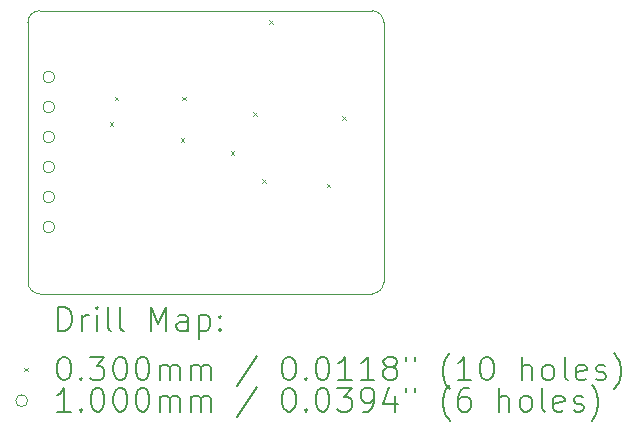
<source format=gbr>
%TF.GenerationSoftware,KiCad,Pcbnew,9.0.6*%
%TF.CreationDate,2026-01-27T06:15:14-03:00*%
%TF.ProjectId,dual IMU_moduleV2,6475616c-2049-44d5-955f-6d6f64756c65,rev?*%
%TF.SameCoordinates,Original*%
%TF.FileFunction,Drillmap*%
%TF.FilePolarity,Positive*%
%FSLAX45Y45*%
G04 Gerber Fmt 4.5, Leading zero omitted, Abs format (unit mm)*
G04 Created by KiCad (PCBNEW 9.0.6) date 2026-01-27 06:15:14*
%MOMM*%
%LPD*%
G01*
G04 APERTURE LIST*
%ADD10C,0.050000*%
%ADD11C,0.200000*%
%ADD12C,0.100000*%
G04 APERTURE END LIST*
D10*
X12702000Y-9355000D02*
G75*
G02*
X12602000Y-9255000I0J100000D01*
G01*
X12602000Y-7059000D02*
G75*
G02*
X12702000Y-6959000I100000J0D01*
G01*
X15615000Y-9255000D02*
G75*
G02*
X15515000Y-9355000I-100000J0D01*
G01*
X15515000Y-6959000D02*
G75*
G02*
X15615000Y-7059000I0J-100000D01*
G01*
X12602000Y-9255000D02*
X12602000Y-7059000D01*
X15515000Y-9355000D02*
X12702000Y-9355000D01*
X12702000Y-6959000D02*
X15515000Y-6959000D01*
X15615000Y-7059000D02*
X15615000Y-9255000D01*
D11*
D12*
X13295000Y-7905000D02*
X13325000Y-7935000D01*
X13325000Y-7905000D02*
X13295000Y-7935000D01*
X13336000Y-7686000D02*
X13366000Y-7716000D01*
X13366000Y-7686000D02*
X13336000Y-7716000D01*
X13898000Y-8037000D02*
X13928000Y-8067000D01*
X13928000Y-8037000D02*
X13898000Y-8067000D01*
X13909000Y-7688000D02*
X13939000Y-7718000D01*
X13939000Y-7688000D02*
X13909000Y-7718000D01*
X14319000Y-8151000D02*
X14349000Y-8181000D01*
X14349000Y-8151000D02*
X14319000Y-8181000D01*
X14508000Y-7819000D02*
X14538000Y-7849000D01*
X14538000Y-7819000D02*
X14508000Y-7849000D01*
X14587000Y-8385000D02*
X14617000Y-8415000D01*
X14617000Y-8385000D02*
X14587000Y-8415000D01*
X14646000Y-7040000D02*
X14676000Y-7070000D01*
X14676000Y-7040000D02*
X14646000Y-7070000D01*
X15131000Y-8424000D02*
X15161000Y-8454000D01*
X15161000Y-8424000D02*
X15131000Y-8454000D01*
X15265000Y-7853000D02*
X15295000Y-7883000D01*
X15295000Y-7853000D02*
X15265000Y-7883000D01*
X12829000Y-7520000D02*
G75*
G02*
X12729000Y-7520000I-50000J0D01*
G01*
X12729000Y-7520000D02*
G75*
G02*
X12829000Y-7520000I50000J0D01*
G01*
X12829000Y-7774000D02*
G75*
G02*
X12729000Y-7774000I-50000J0D01*
G01*
X12729000Y-7774000D02*
G75*
G02*
X12829000Y-7774000I50000J0D01*
G01*
X12829000Y-8028000D02*
G75*
G02*
X12729000Y-8028000I-50000J0D01*
G01*
X12729000Y-8028000D02*
G75*
G02*
X12829000Y-8028000I50000J0D01*
G01*
X12829000Y-8282000D02*
G75*
G02*
X12729000Y-8282000I-50000J0D01*
G01*
X12729000Y-8282000D02*
G75*
G02*
X12829000Y-8282000I50000J0D01*
G01*
X12829000Y-8536000D02*
G75*
G02*
X12729000Y-8536000I-50000J0D01*
G01*
X12729000Y-8536000D02*
G75*
G02*
X12829000Y-8536000I50000J0D01*
G01*
X12829000Y-8790000D02*
G75*
G02*
X12729000Y-8790000I-50000J0D01*
G01*
X12729000Y-8790000D02*
G75*
G02*
X12829000Y-8790000I50000J0D01*
G01*
D11*
X12860277Y-9668984D02*
X12860277Y-9468984D01*
X12860277Y-9468984D02*
X12907896Y-9468984D01*
X12907896Y-9468984D02*
X12936467Y-9478508D01*
X12936467Y-9478508D02*
X12955515Y-9497555D01*
X12955515Y-9497555D02*
X12965039Y-9516603D01*
X12965039Y-9516603D02*
X12974562Y-9554698D01*
X12974562Y-9554698D02*
X12974562Y-9583270D01*
X12974562Y-9583270D02*
X12965039Y-9621365D01*
X12965039Y-9621365D02*
X12955515Y-9640412D01*
X12955515Y-9640412D02*
X12936467Y-9659460D01*
X12936467Y-9659460D02*
X12907896Y-9668984D01*
X12907896Y-9668984D02*
X12860277Y-9668984D01*
X13060277Y-9668984D02*
X13060277Y-9535650D01*
X13060277Y-9573746D02*
X13069801Y-9554698D01*
X13069801Y-9554698D02*
X13079324Y-9545174D01*
X13079324Y-9545174D02*
X13098372Y-9535650D01*
X13098372Y-9535650D02*
X13117420Y-9535650D01*
X13184086Y-9668984D02*
X13184086Y-9535650D01*
X13184086Y-9468984D02*
X13174562Y-9478508D01*
X13174562Y-9478508D02*
X13184086Y-9488031D01*
X13184086Y-9488031D02*
X13193610Y-9478508D01*
X13193610Y-9478508D02*
X13184086Y-9468984D01*
X13184086Y-9468984D02*
X13184086Y-9488031D01*
X13307896Y-9668984D02*
X13288848Y-9659460D01*
X13288848Y-9659460D02*
X13279324Y-9640412D01*
X13279324Y-9640412D02*
X13279324Y-9468984D01*
X13412658Y-9668984D02*
X13393610Y-9659460D01*
X13393610Y-9659460D02*
X13384086Y-9640412D01*
X13384086Y-9640412D02*
X13384086Y-9468984D01*
X13641229Y-9668984D02*
X13641229Y-9468984D01*
X13641229Y-9468984D02*
X13707896Y-9611841D01*
X13707896Y-9611841D02*
X13774562Y-9468984D01*
X13774562Y-9468984D02*
X13774562Y-9668984D01*
X13955515Y-9668984D02*
X13955515Y-9564222D01*
X13955515Y-9564222D02*
X13945991Y-9545174D01*
X13945991Y-9545174D02*
X13926943Y-9535650D01*
X13926943Y-9535650D02*
X13888848Y-9535650D01*
X13888848Y-9535650D02*
X13869801Y-9545174D01*
X13955515Y-9659460D02*
X13936467Y-9668984D01*
X13936467Y-9668984D02*
X13888848Y-9668984D01*
X13888848Y-9668984D02*
X13869801Y-9659460D01*
X13869801Y-9659460D02*
X13860277Y-9640412D01*
X13860277Y-9640412D02*
X13860277Y-9621365D01*
X13860277Y-9621365D02*
X13869801Y-9602317D01*
X13869801Y-9602317D02*
X13888848Y-9592793D01*
X13888848Y-9592793D02*
X13936467Y-9592793D01*
X13936467Y-9592793D02*
X13955515Y-9583270D01*
X14050753Y-9535650D02*
X14050753Y-9735650D01*
X14050753Y-9545174D02*
X14069801Y-9535650D01*
X14069801Y-9535650D02*
X14107896Y-9535650D01*
X14107896Y-9535650D02*
X14126943Y-9545174D01*
X14126943Y-9545174D02*
X14136467Y-9554698D01*
X14136467Y-9554698D02*
X14145991Y-9573746D01*
X14145991Y-9573746D02*
X14145991Y-9630889D01*
X14145991Y-9630889D02*
X14136467Y-9649936D01*
X14136467Y-9649936D02*
X14126943Y-9659460D01*
X14126943Y-9659460D02*
X14107896Y-9668984D01*
X14107896Y-9668984D02*
X14069801Y-9668984D01*
X14069801Y-9668984D02*
X14050753Y-9659460D01*
X14231705Y-9649936D02*
X14241229Y-9659460D01*
X14241229Y-9659460D02*
X14231705Y-9668984D01*
X14231705Y-9668984D02*
X14222182Y-9659460D01*
X14222182Y-9659460D02*
X14231705Y-9649936D01*
X14231705Y-9649936D02*
X14231705Y-9668984D01*
X14231705Y-9545174D02*
X14241229Y-9554698D01*
X14241229Y-9554698D02*
X14231705Y-9564222D01*
X14231705Y-9564222D02*
X14222182Y-9554698D01*
X14222182Y-9554698D02*
X14231705Y-9545174D01*
X14231705Y-9545174D02*
X14231705Y-9564222D01*
D12*
X12569500Y-9982500D02*
X12599500Y-10012500D01*
X12599500Y-9982500D02*
X12569500Y-10012500D01*
D11*
X12898372Y-9888984D02*
X12917420Y-9888984D01*
X12917420Y-9888984D02*
X12936467Y-9898508D01*
X12936467Y-9898508D02*
X12945991Y-9908031D01*
X12945991Y-9908031D02*
X12955515Y-9927079D01*
X12955515Y-9927079D02*
X12965039Y-9965174D01*
X12965039Y-9965174D02*
X12965039Y-10012793D01*
X12965039Y-10012793D02*
X12955515Y-10050889D01*
X12955515Y-10050889D02*
X12945991Y-10069936D01*
X12945991Y-10069936D02*
X12936467Y-10079460D01*
X12936467Y-10079460D02*
X12917420Y-10088984D01*
X12917420Y-10088984D02*
X12898372Y-10088984D01*
X12898372Y-10088984D02*
X12879324Y-10079460D01*
X12879324Y-10079460D02*
X12869801Y-10069936D01*
X12869801Y-10069936D02*
X12860277Y-10050889D01*
X12860277Y-10050889D02*
X12850753Y-10012793D01*
X12850753Y-10012793D02*
X12850753Y-9965174D01*
X12850753Y-9965174D02*
X12860277Y-9927079D01*
X12860277Y-9927079D02*
X12869801Y-9908031D01*
X12869801Y-9908031D02*
X12879324Y-9898508D01*
X12879324Y-9898508D02*
X12898372Y-9888984D01*
X13050753Y-10069936D02*
X13060277Y-10079460D01*
X13060277Y-10079460D02*
X13050753Y-10088984D01*
X13050753Y-10088984D02*
X13041229Y-10079460D01*
X13041229Y-10079460D02*
X13050753Y-10069936D01*
X13050753Y-10069936D02*
X13050753Y-10088984D01*
X13126943Y-9888984D02*
X13250753Y-9888984D01*
X13250753Y-9888984D02*
X13184086Y-9965174D01*
X13184086Y-9965174D02*
X13212658Y-9965174D01*
X13212658Y-9965174D02*
X13231705Y-9974698D01*
X13231705Y-9974698D02*
X13241229Y-9984222D01*
X13241229Y-9984222D02*
X13250753Y-10003270D01*
X13250753Y-10003270D02*
X13250753Y-10050889D01*
X13250753Y-10050889D02*
X13241229Y-10069936D01*
X13241229Y-10069936D02*
X13231705Y-10079460D01*
X13231705Y-10079460D02*
X13212658Y-10088984D01*
X13212658Y-10088984D02*
X13155515Y-10088984D01*
X13155515Y-10088984D02*
X13136467Y-10079460D01*
X13136467Y-10079460D02*
X13126943Y-10069936D01*
X13374562Y-9888984D02*
X13393610Y-9888984D01*
X13393610Y-9888984D02*
X13412658Y-9898508D01*
X13412658Y-9898508D02*
X13422182Y-9908031D01*
X13422182Y-9908031D02*
X13431705Y-9927079D01*
X13431705Y-9927079D02*
X13441229Y-9965174D01*
X13441229Y-9965174D02*
X13441229Y-10012793D01*
X13441229Y-10012793D02*
X13431705Y-10050889D01*
X13431705Y-10050889D02*
X13422182Y-10069936D01*
X13422182Y-10069936D02*
X13412658Y-10079460D01*
X13412658Y-10079460D02*
X13393610Y-10088984D01*
X13393610Y-10088984D02*
X13374562Y-10088984D01*
X13374562Y-10088984D02*
X13355515Y-10079460D01*
X13355515Y-10079460D02*
X13345991Y-10069936D01*
X13345991Y-10069936D02*
X13336467Y-10050889D01*
X13336467Y-10050889D02*
X13326943Y-10012793D01*
X13326943Y-10012793D02*
X13326943Y-9965174D01*
X13326943Y-9965174D02*
X13336467Y-9927079D01*
X13336467Y-9927079D02*
X13345991Y-9908031D01*
X13345991Y-9908031D02*
X13355515Y-9898508D01*
X13355515Y-9898508D02*
X13374562Y-9888984D01*
X13565039Y-9888984D02*
X13584086Y-9888984D01*
X13584086Y-9888984D02*
X13603134Y-9898508D01*
X13603134Y-9898508D02*
X13612658Y-9908031D01*
X13612658Y-9908031D02*
X13622182Y-9927079D01*
X13622182Y-9927079D02*
X13631705Y-9965174D01*
X13631705Y-9965174D02*
X13631705Y-10012793D01*
X13631705Y-10012793D02*
X13622182Y-10050889D01*
X13622182Y-10050889D02*
X13612658Y-10069936D01*
X13612658Y-10069936D02*
X13603134Y-10079460D01*
X13603134Y-10079460D02*
X13584086Y-10088984D01*
X13584086Y-10088984D02*
X13565039Y-10088984D01*
X13565039Y-10088984D02*
X13545991Y-10079460D01*
X13545991Y-10079460D02*
X13536467Y-10069936D01*
X13536467Y-10069936D02*
X13526943Y-10050889D01*
X13526943Y-10050889D02*
X13517420Y-10012793D01*
X13517420Y-10012793D02*
X13517420Y-9965174D01*
X13517420Y-9965174D02*
X13526943Y-9927079D01*
X13526943Y-9927079D02*
X13536467Y-9908031D01*
X13536467Y-9908031D02*
X13545991Y-9898508D01*
X13545991Y-9898508D02*
X13565039Y-9888984D01*
X13717420Y-10088984D02*
X13717420Y-9955650D01*
X13717420Y-9974698D02*
X13726943Y-9965174D01*
X13726943Y-9965174D02*
X13745991Y-9955650D01*
X13745991Y-9955650D02*
X13774563Y-9955650D01*
X13774563Y-9955650D02*
X13793610Y-9965174D01*
X13793610Y-9965174D02*
X13803134Y-9984222D01*
X13803134Y-9984222D02*
X13803134Y-10088984D01*
X13803134Y-9984222D02*
X13812658Y-9965174D01*
X13812658Y-9965174D02*
X13831705Y-9955650D01*
X13831705Y-9955650D02*
X13860277Y-9955650D01*
X13860277Y-9955650D02*
X13879324Y-9965174D01*
X13879324Y-9965174D02*
X13888848Y-9984222D01*
X13888848Y-9984222D02*
X13888848Y-10088984D01*
X13984086Y-10088984D02*
X13984086Y-9955650D01*
X13984086Y-9974698D02*
X13993610Y-9965174D01*
X13993610Y-9965174D02*
X14012658Y-9955650D01*
X14012658Y-9955650D02*
X14041229Y-9955650D01*
X14041229Y-9955650D02*
X14060277Y-9965174D01*
X14060277Y-9965174D02*
X14069801Y-9984222D01*
X14069801Y-9984222D02*
X14069801Y-10088984D01*
X14069801Y-9984222D02*
X14079324Y-9965174D01*
X14079324Y-9965174D02*
X14098372Y-9955650D01*
X14098372Y-9955650D02*
X14126943Y-9955650D01*
X14126943Y-9955650D02*
X14145991Y-9965174D01*
X14145991Y-9965174D02*
X14155515Y-9984222D01*
X14155515Y-9984222D02*
X14155515Y-10088984D01*
X14545991Y-9879460D02*
X14374563Y-10136603D01*
X14803134Y-9888984D02*
X14822182Y-9888984D01*
X14822182Y-9888984D02*
X14841229Y-9898508D01*
X14841229Y-9898508D02*
X14850753Y-9908031D01*
X14850753Y-9908031D02*
X14860277Y-9927079D01*
X14860277Y-9927079D02*
X14869801Y-9965174D01*
X14869801Y-9965174D02*
X14869801Y-10012793D01*
X14869801Y-10012793D02*
X14860277Y-10050889D01*
X14860277Y-10050889D02*
X14850753Y-10069936D01*
X14850753Y-10069936D02*
X14841229Y-10079460D01*
X14841229Y-10079460D02*
X14822182Y-10088984D01*
X14822182Y-10088984D02*
X14803134Y-10088984D01*
X14803134Y-10088984D02*
X14784086Y-10079460D01*
X14784086Y-10079460D02*
X14774563Y-10069936D01*
X14774563Y-10069936D02*
X14765039Y-10050889D01*
X14765039Y-10050889D02*
X14755515Y-10012793D01*
X14755515Y-10012793D02*
X14755515Y-9965174D01*
X14755515Y-9965174D02*
X14765039Y-9927079D01*
X14765039Y-9927079D02*
X14774563Y-9908031D01*
X14774563Y-9908031D02*
X14784086Y-9898508D01*
X14784086Y-9898508D02*
X14803134Y-9888984D01*
X14955515Y-10069936D02*
X14965039Y-10079460D01*
X14965039Y-10079460D02*
X14955515Y-10088984D01*
X14955515Y-10088984D02*
X14945991Y-10079460D01*
X14945991Y-10079460D02*
X14955515Y-10069936D01*
X14955515Y-10069936D02*
X14955515Y-10088984D01*
X15088848Y-9888984D02*
X15107896Y-9888984D01*
X15107896Y-9888984D02*
X15126944Y-9898508D01*
X15126944Y-9898508D02*
X15136467Y-9908031D01*
X15136467Y-9908031D02*
X15145991Y-9927079D01*
X15145991Y-9927079D02*
X15155515Y-9965174D01*
X15155515Y-9965174D02*
X15155515Y-10012793D01*
X15155515Y-10012793D02*
X15145991Y-10050889D01*
X15145991Y-10050889D02*
X15136467Y-10069936D01*
X15136467Y-10069936D02*
X15126944Y-10079460D01*
X15126944Y-10079460D02*
X15107896Y-10088984D01*
X15107896Y-10088984D02*
X15088848Y-10088984D01*
X15088848Y-10088984D02*
X15069801Y-10079460D01*
X15069801Y-10079460D02*
X15060277Y-10069936D01*
X15060277Y-10069936D02*
X15050753Y-10050889D01*
X15050753Y-10050889D02*
X15041229Y-10012793D01*
X15041229Y-10012793D02*
X15041229Y-9965174D01*
X15041229Y-9965174D02*
X15050753Y-9927079D01*
X15050753Y-9927079D02*
X15060277Y-9908031D01*
X15060277Y-9908031D02*
X15069801Y-9898508D01*
X15069801Y-9898508D02*
X15088848Y-9888984D01*
X15345991Y-10088984D02*
X15231706Y-10088984D01*
X15288848Y-10088984D02*
X15288848Y-9888984D01*
X15288848Y-9888984D02*
X15269801Y-9917555D01*
X15269801Y-9917555D02*
X15250753Y-9936603D01*
X15250753Y-9936603D02*
X15231706Y-9946127D01*
X15536467Y-10088984D02*
X15422182Y-10088984D01*
X15479325Y-10088984D02*
X15479325Y-9888984D01*
X15479325Y-9888984D02*
X15460277Y-9917555D01*
X15460277Y-9917555D02*
X15441229Y-9936603D01*
X15441229Y-9936603D02*
X15422182Y-9946127D01*
X15650753Y-9974698D02*
X15631706Y-9965174D01*
X15631706Y-9965174D02*
X15622182Y-9955650D01*
X15622182Y-9955650D02*
X15612658Y-9936603D01*
X15612658Y-9936603D02*
X15612658Y-9927079D01*
X15612658Y-9927079D02*
X15622182Y-9908031D01*
X15622182Y-9908031D02*
X15631706Y-9898508D01*
X15631706Y-9898508D02*
X15650753Y-9888984D01*
X15650753Y-9888984D02*
X15688848Y-9888984D01*
X15688848Y-9888984D02*
X15707896Y-9898508D01*
X15707896Y-9898508D02*
X15717420Y-9908031D01*
X15717420Y-9908031D02*
X15726944Y-9927079D01*
X15726944Y-9927079D02*
X15726944Y-9936603D01*
X15726944Y-9936603D02*
X15717420Y-9955650D01*
X15717420Y-9955650D02*
X15707896Y-9965174D01*
X15707896Y-9965174D02*
X15688848Y-9974698D01*
X15688848Y-9974698D02*
X15650753Y-9974698D01*
X15650753Y-9974698D02*
X15631706Y-9984222D01*
X15631706Y-9984222D02*
X15622182Y-9993746D01*
X15622182Y-9993746D02*
X15612658Y-10012793D01*
X15612658Y-10012793D02*
X15612658Y-10050889D01*
X15612658Y-10050889D02*
X15622182Y-10069936D01*
X15622182Y-10069936D02*
X15631706Y-10079460D01*
X15631706Y-10079460D02*
X15650753Y-10088984D01*
X15650753Y-10088984D02*
X15688848Y-10088984D01*
X15688848Y-10088984D02*
X15707896Y-10079460D01*
X15707896Y-10079460D02*
X15717420Y-10069936D01*
X15717420Y-10069936D02*
X15726944Y-10050889D01*
X15726944Y-10050889D02*
X15726944Y-10012793D01*
X15726944Y-10012793D02*
X15717420Y-9993746D01*
X15717420Y-9993746D02*
X15707896Y-9984222D01*
X15707896Y-9984222D02*
X15688848Y-9974698D01*
X15803134Y-9888984D02*
X15803134Y-9927079D01*
X15879325Y-9888984D02*
X15879325Y-9927079D01*
X16174563Y-10165174D02*
X16165039Y-10155650D01*
X16165039Y-10155650D02*
X16145991Y-10127079D01*
X16145991Y-10127079D02*
X16136468Y-10108031D01*
X16136468Y-10108031D02*
X16126944Y-10079460D01*
X16126944Y-10079460D02*
X16117420Y-10031841D01*
X16117420Y-10031841D02*
X16117420Y-9993746D01*
X16117420Y-9993746D02*
X16126944Y-9946127D01*
X16126944Y-9946127D02*
X16136468Y-9917555D01*
X16136468Y-9917555D02*
X16145991Y-9898508D01*
X16145991Y-9898508D02*
X16165039Y-9869936D01*
X16165039Y-9869936D02*
X16174563Y-9860412D01*
X16355515Y-10088984D02*
X16241229Y-10088984D01*
X16298372Y-10088984D02*
X16298372Y-9888984D01*
X16298372Y-9888984D02*
X16279325Y-9917555D01*
X16279325Y-9917555D02*
X16260277Y-9936603D01*
X16260277Y-9936603D02*
X16241229Y-9946127D01*
X16479325Y-9888984D02*
X16498372Y-9888984D01*
X16498372Y-9888984D02*
X16517420Y-9898508D01*
X16517420Y-9898508D02*
X16526944Y-9908031D01*
X16526944Y-9908031D02*
X16536468Y-9927079D01*
X16536468Y-9927079D02*
X16545991Y-9965174D01*
X16545991Y-9965174D02*
X16545991Y-10012793D01*
X16545991Y-10012793D02*
X16536468Y-10050889D01*
X16536468Y-10050889D02*
X16526944Y-10069936D01*
X16526944Y-10069936D02*
X16517420Y-10079460D01*
X16517420Y-10079460D02*
X16498372Y-10088984D01*
X16498372Y-10088984D02*
X16479325Y-10088984D01*
X16479325Y-10088984D02*
X16460277Y-10079460D01*
X16460277Y-10079460D02*
X16450753Y-10069936D01*
X16450753Y-10069936D02*
X16441229Y-10050889D01*
X16441229Y-10050889D02*
X16431706Y-10012793D01*
X16431706Y-10012793D02*
X16431706Y-9965174D01*
X16431706Y-9965174D02*
X16441229Y-9927079D01*
X16441229Y-9927079D02*
X16450753Y-9908031D01*
X16450753Y-9908031D02*
X16460277Y-9898508D01*
X16460277Y-9898508D02*
X16479325Y-9888984D01*
X16784087Y-10088984D02*
X16784087Y-9888984D01*
X16869801Y-10088984D02*
X16869801Y-9984222D01*
X16869801Y-9984222D02*
X16860277Y-9965174D01*
X16860277Y-9965174D02*
X16841230Y-9955650D01*
X16841230Y-9955650D02*
X16812658Y-9955650D01*
X16812658Y-9955650D02*
X16793611Y-9965174D01*
X16793611Y-9965174D02*
X16784087Y-9974698D01*
X16993611Y-10088984D02*
X16974563Y-10079460D01*
X16974563Y-10079460D02*
X16965039Y-10069936D01*
X16965039Y-10069936D02*
X16955515Y-10050889D01*
X16955515Y-10050889D02*
X16955515Y-9993746D01*
X16955515Y-9993746D02*
X16965039Y-9974698D01*
X16965039Y-9974698D02*
X16974563Y-9965174D01*
X16974563Y-9965174D02*
X16993611Y-9955650D01*
X16993611Y-9955650D02*
X17022182Y-9955650D01*
X17022182Y-9955650D02*
X17041230Y-9965174D01*
X17041230Y-9965174D02*
X17050753Y-9974698D01*
X17050753Y-9974698D02*
X17060277Y-9993746D01*
X17060277Y-9993746D02*
X17060277Y-10050889D01*
X17060277Y-10050889D02*
X17050753Y-10069936D01*
X17050753Y-10069936D02*
X17041230Y-10079460D01*
X17041230Y-10079460D02*
X17022182Y-10088984D01*
X17022182Y-10088984D02*
X16993611Y-10088984D01*
X17174563Y-10088984D02*
X17155515Y-10079460D01*
X17155515Y-10079460D02*
X17145992Y-10060412D01*
X17145992Y-10060412D02*
X17145992Y-9888984D01*
X17326944Y-10079460D02*
X17307896Y-10088984D01*
X17307896Y-10088984D02*
X17269801Y-10088984D01*
X17269801Y-10088984D02*
X17250753Y-10079460D01*
X17250753Y-10079460D02*
X17241230Y-10060412D01*
X17241230Y-10060412D02*
X17241230Y-9984222D01*
X17241230Y-9984222D02*
X17250753Y-9965174D01*
X17250753Y-9965174D02*
X17269801Y-9955650D01*
X17269801Y-9955650D02*
X17307896Y-9955650D01*
X17307896Y-9955650D02*
X17326944Y-9965174D01*
X17326944Y-9965174D02*
X17336468Y-9984222D01*
X17336468Y-9984222D02*
X17336468Y-10003270D01*
X17336468Y-10003270D02*
X17241230Y-10022317D01*
X17412658Y-10079460D02*
X17431706Y-10088984D01*
X17431706Y-10088984D02*
X17469801Y-10088984D01*
X17469801Y-10088984D02*
X17488849Y-10079460D01*
X17488849Y-10079460D02*
X17498373Y-10060412D01*
X17498373Y-10060412D02*
X17498373Y-10050889D01*
X17498373Y-10050889D02*
X17488849Y-10031841D01*
X17488849Y-10031841D02*
X17469801Y-10022317D01*
X17469801Y-10022317D02*
X17441230Y-10022317D01*
X17441230Y-10022317D02*
X17422182Y-10012793D01*
X17422182Y-10012793D02*
X17412658Y-9993746D01*
X17412658Y-9993746D02*
X17412658Y-9984222D01*
X17412658Y-9984222D02*
X17422182Y-9965174D01*
X17422182Y-9965174D02*
X17441230Y-9955650D01*
X17441230Y-9955650D02*
X17469801Y-9955650D01*
X17469801Y-9955650D02*
X17488849Y-9965174D01*
X17565039Y-10165174D02*
X17574563Y-10155650D01*
X17574563Y-10155650D02*
X17593611Y-10127079D01*
X17593611Y-10127079D02*
X17603134Y-10108031D01*
X17603134Y-10108031D02*
X17612658Y-10079460D01*
X17612658Y-10079460D02*
X17622182Y-10031841D01*
X17622182Y-10031841D02*
X17622182Y-9993746D01*
X17622182Y-9993746D02*
X17612658Y-9946127D01*
X17612658Y-9946127D02*
X17603134Y-9917555D01*
X17603134Y-9917555D02*
X17593611Y-9898508D01*
X17593611Y-9898508D02*
X17574563Y-9869936D01*
X17574563Y-9869936D02*
X17565039Y-9860412D01*
D12*
X12599500Y-10261500D02*
G75*
G02*
X12499500Y-10261500I-50000J0D01*
G01*
X12499500Y-10261500D02*
G75*
G02*
X12599500Y-10261500I50000J0D01*
G01*
D11*
X12965039Y-10352984D02*
X12850753Y-10352984D01*
X12907896Y-10352984D02*
X12907896Y-10152984D01*
X12907896Y-10152984D02*
X12888848Y-10181555D01*
X12888848Y-10181555D02*
X12869801Y-10200603D01*
X12869801Y-10200603D02*
X12850753Y-10210127D01*
X13050753Y-10333936D02*
X13060277Y-10343460D01*
X13060277Y-10343460D02*
X13050753Y-10352984D01*
X13050753Y-10352984D02*
X13041229Y-10343460D01*
X13041229Y-10343460D02*
X13050753Y-10333936D01*
X13050753Y-10333936D02*
X13050753Y-10352984D01*
X13184086Y-10152984D02*
X13203134Y-10152984D01*
X13203134Y-10152984D02*
X13222182Y-10162508D01*
X13222182Y-10162508D02*
X13231705Y-10172031D01*
X13231705Y-10172031D02*
X13241229Y-10191079D01*
X13241229Y-10191079D02*
X13250753Y-10229174D01*
X13250753Y-10229174D02*
X13250753Y-10276793D01*
X13250753Y-10276793D02*
X13241229Y-10314889D01*
X13241229Y-10314889D02*
X13231705Y-10333936D01*
X13231705Y-10333936D02*
X13222182Y-10343460D01*
X13222182Y-10343460D02*
X13203134Y-10352984D01*
X13203134Y-10352984D02*
X13184086Y-10352984D01*
X13184086Y-10352984D02*
X13165039Y-10343460D01*
X13165039Y-10343460D02*
X13155515Y-10333936D01*
X13155515Y-10333936D02*
X13145991Y-10314889D01*
X13145991Y-10314889D02*
X13136467Y-10276793D01*
X13136467Y-10276793D02*
X13136467Y-10229174D01*
X13136467Y-10229174D02*
X13145991Y-10191079D01*
X13145991Y-10191079D02*
X13155515Y-10172031D01*
X13155515Y-10172031D02*
X13165039Y-10162508D01*
X13165039Y-10162508D02*
X13184086Y-10152984D01*
X13374562Y-10152984D02*
X13393610Y-10152984D01*
X13393610Y-10152984D02*
X13412658Y-10162508D01*
X13412658Y-10162508D02*
X13422182Y-10172031D01*
X13422182Y-10172031D02*
X13431705Y-10191079D01*
X13431705Y-10191079D02*
X13441229Y-10229174D01*
X13441229Y-10229174D02*
X13441229Y-10276793D01*
X13441229Y-10276793D02*
X13431705Y-10314889D01*
X13431705Y-10314889D02*
X13422182Y-10333936D01*
X13422182Y-10333936D02*
X13412658Y-10343460D01*
X13412658Y-10343460D02*
X13393610Y-10352984D01*
X13393610Y-10352984D02*
X13374562Y-10352984D01*
X13374562Y-10352984D02*
X13355515Y-10343460D01*
X13355515Y-10343460D02*
X13345991Y-10333936D01*
X13345991Y-10333936D02*
X13336467Y-10314889D01*
X13336467Y-10314889D02*
X13326943Y-10276793D01*
X13326943Y-10276793D02*
X13326943Y-10229174D01*
X13326943Y-10229174D02*
X13336467Y-10191079D01*
X13336467Y-10191079D02*
X13345991Y-10172031D01*
X13345991Y-10172031D02*
X13355515Y-10162508D01*
X13355515Y-10162508D02*
X13374562Y-10152984D01*
X13565039Y-10152984D02*
X13584086Y-10152984D01*
X13584086Y-10152984D02*
X13603134Y-10162508D01*
X13603134Y-10162508D02*
X13612658Y-10172031D01*
X13612658Y-10172031D02*
X13622182Y-10191079D01*
X13622182Y-10191079D02*
X13631705Y-10229174D01*
X13631705Y-10229174D02*
X13631705Y-10276793D01*
X13631705Y-10276793D02*
X13622182Y-10314889D01*
X13622182Y-10314889D02*
X13612658Y-10333936D01*
X13612658Y-10333936D02*
X13603134Y-10343460D01*
X13603134Y-10343460D02*
X13584086Y-10352984D01*
X13584086Y-10352984D02*
X13565039Y-10352984D01*
X13565039Y-10352984D02*
X13545991Y-10343460D01*
X13545991Y-10343460D02*
X13536467Y-10333936D01*
X13536467Y-10333936D02*
X13526943Y-10314889D01*
X13526943Y-10314889D02*
X13517420Y-10276793D01*
X13517420Y-10276793D02*
X13517420Y-10229174D01*
X13517420Y-10229174D02*
X13526943Y-10191079D01*
X13526943Y-10191079D02*
X13536467Y-10172031D01*
X13536467Y-10172031D02*
X13545991Y-10162508D01*
X13545991Y-10162508D02*
X13565039Y-10152984D01*
X13717420Y-10352984D02*
X13717420Y-10219650D01*
X13717420Y-10238698D02*
X13726943Y-10229174D01*
X13726943Y-10229174D02*
X13745991Y-10219650D01*
X13745991Y-10219650D02*
X13774563Y-10219650D01*
X13774563Y-10219650D02*
X13793610Y-10229174D01*
X13793610Y-10229174D02*
X13803134Y-10248222D01*
X13803134Y-10248222D02*
X13803134Y-10352984D01*
X13803134Y-10248222D02*
X13812658Y-10229174D01*
X13812658Y-10229174D02*
X13831705Y-10219650D01*
X13831705Y-10219650D02*
X13860277Y-10219650D01*
X13860277Y-10219650D02*
X13879324Y-10229174D01*
X13879324Y-10229174D02*
X13888848Y-10248222D01*
X13888848Y-10248222D02*
X13888848Y-10352984D01*
X13984086Y-10352984D02*
X13984086Y-10219650D01*
X13984086Y-10238698D02*
X13993610Y-10229174D01*
X13993610Y-10229174D02*
X14012658Y-10219650D01*
X14012658Y-10219650D02*
X14041229Y-10219650D01*
X14041229Y-10219650D02*
X14060277Y-10229174D01*
X14060277Y-10229174D02*
X14069801Y-10248222D01*
X14069801Y-10248222D02*
X14069801Y-10352984D01*
X14069801Y-10248222D02*
X14079324Y-10229174D01*
X14079324Y-10229174D02*
X14098372Y-10219650D01*
X14098372Y-10219650D02*
X14126943Y-10219650D01*
X14126943Y-10219650D02*
X14145991Y-10229174D01*
X14145991Y-10229174D02*
X14155515Y-10248222D01*
X14155515Y-10248222D02*
X14155515Y-10352984D01*
X14545991Y-10143460D02*
X14374563Y-10400603D01*
X14803134Y-10152984D02*
X14822182Y-10152984D01*
X14822182Y-10152984D02*
X14841229Y-10162508D01*
X14841229Y-10162508D02*
X14850753Y-10172031D01*
X14850753Y-10172031D02*
X14860277Y-10191079D01*
X14860277Y-10191079D02*
X14869801Y-10229174D01*
X14869801Y-10229174D02*
X14869801Y-10276793D01*
X14869801Y-10276793D02*
X14860277Y-10314889D01*
X14860277Y-10314889D02*
X14850753Y-10333936D01*
X14850753Y-10333936D02*
X14841229Y-10343460D01*
X14841229Y-10343460D02*
X14822182Y-10352984D01*
X14822182Y-10352984D02*
X14803134Y-10352984D01*
X14803134Y-10352984D02*
X14784086Y-10343460D01*
X14784086Y-10343460D02*
X14774563Y-10333936D01*
X14774563Y-10333936D02*
X14765039Y-10314889D01*
X14765039Y-10314889D02*
X14755515Y-10276793D01*
X14755515Y-10276793D02*
X14755515Y-10229174D01*
X14755515Y-10229174D02*
X14765039Y-10191079D01*
X14765039Y-10191079D02*
X14774563Y-10172031D01*
X14774563Y-10172031D02*
X14784086Y-10162508D01*
X14784086Y-10162508D02*
X14803134Y-10152984D01*
X14955515Y-10333936D02*
X14965039Y-10343460D01*
X14965039Y-10343460D02*
X14955515Y-10352984D01*
X14955515Y-10352984D02*
X14945991Y-10343460D01*
X14945991Y-10343460D02*
X14955515Y-10333936D01*
X14955515Y-10333936D02*
X14955515Y-10352984D01*
X15088848Y-10152984D02*
X15107896Y-10152984D01*
X15107896Y-10152984D02*
X15126944Y-10162508D01*
X15126944Y-10162508D02*
X15136467Y-10172031D01*
X15136467Y-10172031D02*
X15145991Y-10191079D01*
X15145991Y-10191079D02*
X15155515Y-10229174D01*
X15155515Y-10229174D02*
X15155515Y-10276793D01*
X15155515Y-10276793D02*
X15145991Y-10314889D01*
X15145991Y-10314889D02*
X15136467Y-10333936D01*
X15136467Y-10333936D02*
X15126944Y-10343460D01*
X15126944Y-10343460D02*
X15107896Y-10352984D01*
X15107896Y-10352984D02*
X15088848Y-10352984D01*
X15088848Y-10352984D02*
X15069801Y-10343460D01*
X15069801Y-10343460D02*
X15060277Y-10333936D01*
X15060277Y-10333936D02*
X15050753Y-10314889D01*
X15050753Y-10314889D02*
X15041229Y-10276793D01*
X15041229Y-10276793D02*
X15041229Y-10229174D01*
X15041229Y-10229174D02*
X15050753Y-10191079D01*
X15050753Y-10191079D02*
X15060277Y-10172031D01*
X15060277Y-10172031D02*
X15069801Y-10162508D01*
X15069801Y-10162508D02*
X15088848Y-10152984D01*
X15222182Y-10152984D02*
X15345991Y-10152984D01*
X15345991Y-10152984D02*
X15279325Y-10229174D01*
X15279325Y-10229174D02*
X15307896Y-10229174D01*
X15307896Y-10229174D02*
X15326944Y-10238698D01*
X15326944Y-10238698D02*
X15336467Y-10248222D01*
X15336467Y-10248222D02*
X15345991Y-10267270D01*
X15345991Y-10267270D02*
X15345991Y-10314889D01*
X15345991Y-10314889D02*
X15336467Y-10333936D01*
X15336467Y-10333936D02*
X15326944Y-10343460D01*
X15326944Y-10343460D02*
X15307896Y-10352984D01*
X15307896Y-10352984D02*
X15250753Y-10352984D01*
X15250753Y-10352984D02*
X15231706Y-10343460D01*
X15231706Y-10343460D02*
X15222182Y-10333936D01*
X15441229Y-10352984D02*
X15479325Y-10352984D01*
X15479325Y-10352984D02*
X15498372Y-10343460D01*
X15498372Y-10343460D02*
X15507896Y-10333936D01*
X15507896Y-10333936D02*
X15526944Y-10305365D01*
X15526944Y-10305365D02*
X15536467Y-10267270D01*
X15536467Y-10267270D02*
X15536467Y-10191079D01*
X15536467Y-10191079D02*
X15526944Y-10172031D01*
X15526944Y-10172031D02*
X15517420Y-10162508D01*
X15517420Y-10162508D02*
X15498372Y-10152984D01*
X15498372Y-10152984D02*
X15460277Y-10152984D01*
X15460277Y-10152984D02*
X15441229Y-10162508D01*
X15441229Y-10162508D02*
X15431706Y-10172031D01*
X15431706Y-10172031D02*
X15422182Y-10191079D01*
X15422182Y-10191079D02*
X15422182Y-10238698D01*
X15422182Y-10238698D02*
X15431706Y-10257746D01*
X15431706Y-10257746D02*
X15441229Y-10267270D01*
X15441229Y-10267270D02*
X15460277Y-10276793D01*
X15460277Y-10276793D02*
X15498372Y-10276793D01*
X15498372Y-10276793D02*
X15517420Y-10267270D01*
X15517420Y-10267270D02*
X15526944Y-10257746D01*
X15526944Y-10257746D02*
X15536467Y-10238698D01*
X15707896Y-10219650D02*
X15707896Y-10352984D01*
X15660277Y-10143460D02*
X15612658Y-10286317D01*
X15612658Y-10286317D02*
X15736467Y-10286317D01*
X15803134Y-10152984D02*
X15803134Y-10191079D01*
X15879325Y-10152984D02*
X15879325Y-10191079D01*
X16174563Y-10429174D02*
X16165039Y-10419650D01*
X16165039Y-10419650D02*
X16145991Y-10391079D01*
X16145991Y-10391079D02*
X16136468Y-10372031D01*
X16136468Y-10372031D02*
X16126944Y-10343460D01*
X16126944Y-10343460D02*
X16117420Y-10295841D01*
X16117420Y-10295841D02*
X16117420Y-10257746D01*
X16117420Y-10257746D02*
X16126944Y-10210127D01*
X16126944Y-10210127D02*
X16136468Y-10181555D01*
X16136468Y-10181555D02*
X16145991Y-10162508D01*
X16145991Y-10162508D02*
X16165039Y-10133936D01*
X16165039Y-10133936D02*
X16174563Y-10124412D01*
X16336468Y-10152984D02*
X16298372Y-10152984D01*
X16298372Y-10152984D02*
X16279325Y-10162508D01*
X16279325Y-10162508D02*
X16269801Y-10172031D01*
X16269801Y-10172031D02*
X16250753Y-10200603D01*
X16250753Y-10200603D02*
X16241229Y-10238698D01*
X16241229Y-10238698D02*
X16241229Y-10314889D01*
X16241229Y-10314889D02*
X16250753Y-10333936D01*
X16250753Y-10333936D02*
X16260277Y-10343460D01*
X16260277Y-10343460D02*
X16279325Y-10352984D01*
X16279325Y-10352984D02*
X16317420Y-10352984D01*
X16317420Y-10352984D02*
X16336468Y-10343460D01*
X16336468Y-10343460D02*
X16345991Y-10333936D01*
X16345991Y-10333936D02*
X16355515Y-10314889D01*
X16355515Y-10314889D02*
X16355515Y-10267270D01*
X16355515Y-10267270D02*
X16345991Y-10248222D01*
X16345991Y-10248222D02*
X16336468Y-10238698D01*
X16336468Y-10238698D02*
X16317420Y-10229174D01*
X16317420Y-10229174D02*
X16279325Y-10229174D01*
X16279325Y-10229174D02*
X16260277Y-10238698D01*
X16260277Y-10238698D02*
X16250753Y-10248222D01*
X16250753Y-10248222D02*
X16241229Y-10267270D01*
X16593610Y-10352984D02*
X16593610Y-10152984D01*
X16679325Y-10352984D02*
X16679325Y-10248222D01*
X16679325Y-10248222D02*
X16669801Y-10229174D01*
X16669801Y-10229174D02*
X16650753Y-10219650D01*
X16650753Y-10219650D02*
X16622182Y-10219650D01*
X16622182Y-10219650D02*
X16603134Y-10229174D01*
X16603134Y-10229174D02*
X16593610Y-10238698D01*
X16803134Y-10352984D02*
X16784087Y-10343460D01*
X16784087Y-10343460D02*
X16774563Y-10333936D01*
X16774563Y-10333936D02*
X16765039Y-10314889D01*
X16765039Y-10314889D02*
X16765039Y-10257746D01*
X16765039Y-10257746D02*
X16774563Y-10238698D01*
X16774563Y-10238698D02*
X16784087Y-10229174D01*
X16784087Y-10229174D02*
X16803134Y-10219650D01*
X16803134Y-10219650D02*
X16831706Y-10219650D01*
X16831706Y-10219650D02*
X16850753Y-10229174D01*
X16850753Y-10229174D02*
X16860277Y-10238698D01*
X16860277Y-10238698D02*
X16869801Y-10257746D01*
X16869801Y-10257746D02*
X16869801Y-10314889D01*
X16869801Y-10314889D02*
X16860277Y-10333936D01*
X16860277Y-10333936D02*
X16850753Y-10343460D01*
X16850753Y-10343460D02*
X16831706Y-10352984D01*
X16831706Y-10352984D02*
X16803134Y-10352984D01*
X16984087Y-10352984D02*
X16965039Y-10343460D01*
X16965039Y-10343460D02*
X16955515Y-10324412D01*
X16955515Y-10324412D02*
X16955515Y-10152984D01*
X17136468Y-10343460D02*
X17117420Y-10352984D01*
X17117420Y-10352984D02*
X17079325Y-10352984D01*
X17079325Y-10352984D02*
X17060277Y-10343460D01*
X17060277Y-10343460D02*
X17050753Y-10324412D01*
X17050753Y-10324412D02*
X17050753Y-10248222D01*
X17050753Y-10248222D02*
X17060277Y-10229174D01*
X17060277Y-10229174D02*
X17079325Y-10219650D01*
X17079325Y-10219650D02*
X17117420Y-10219650D01*
X17117420Y-10219650D02*
X17136468Y-10229174D01*
X17136468Y-10229174D02*
X17145992Y-10248222D01*
X17145992Y-10248222D02*
X17145992Y-10267270D01*
X17145992Y-10267270D02*
X17050753Y-10286317D01*
X17222182Y-10343460D02*
X17241230Y-10352984D01*
X17241230Y-10352984D02*
X17279325Y-10352984D01*
X17279325Y-10352984D02*
X17298373Y-10343460D01*
X17298373Y-10343460D02*
X17307896Y-10324412D01*
X17307896Y-10324412D02*
X17307896Y-10314889D01*
X17307896Y-10314889D02*
X17298373Y-10295841D01*
X17298373Y-10295841D02*
X17279325Y-10286317D01*
X17279325Y-10286317D02*
X17250753Y-10286317D01*
X17250753Y-10286317D02*
X17231706Y-10276793D01*
X17231706Y-10276793D02*
X17222182Y-10257746D01*
X17222182Y-10257746D02*
X17222182Y-10248222D01*
X17222182Y-10248222D02*
X17231706Y-10229174D01*
X17231706Y-10229174D02*
X17250753Y-10219650D01*
X17250753Y-10219650D02*
X17279325Y-10219650D01*
X17279325Y-10219650D02*
X17298373Y-10229174D01*
X17374563Y-10429174D02*
X17384087Y-10419650D01*
X17384087Y-10419650D02*
X17403134Y-10391079D01*
X17403134Y-10391079D02*
X17412658Y-10372031D01*
X17412658Y-10372031D02*
X17422182Y-10343460D01*
X17422182Y-10343460D02*
X17431706Y-10295841D01*
X17431706Y-10295841D02*
X17431706Y-10257746D01*
X17431706Y-10257746D02*
X17422182Y-10210127D01*
X17422182Y-10210127D02*
X17412658Y-10181555D01*
X17412658Y-10181555D02*
X17403134Y-10162508D01*
X17403134Y-10162508D02*
X17384087Y-10133936D01*
X17384087Y-10133936D02*
X17374563Y-10124412D01*
M02*

</source>
